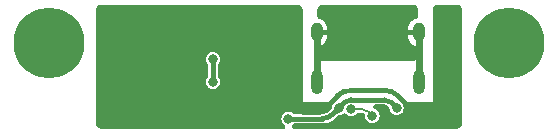
<source format=gbr>
%TF.GenerationSoftware,KiCad,Pcbnew,(6.0.0)*%
%TF.CreationDate,2022-03-26T00:04:54-07:00*%
%TF.ProjectId,madcatdb,6d616463-6174-4646-922e-6b696361645f,rev?*%
%TF.SameCoordinates,Original*%
%TF.FileFunction,Copper,L2,Bot*%
%TF.FilePolarity,Positive*%
%FSLAX46Y46*%
G04 Gerber Fmt 4.6, Leading zero omitted, Abs format (unit mm)*
G04 Created by KiCad (PCBNEW (6.0.0)) date 2022-03-26 00:04:54*
%MOMM*%
%LPD*%
G01*
G04 APERTURE LIST*
%TA.AperFunction,ComponentPad*%
%ADD10O,1.000000X2.100000*%
%TD*%
%TA.AperFunction,ComponentPad*%
%ADD11O,1.000000X1.600000*%
%TD*%
%TA.AperFunction,ComponentPad*%
%ADD12C,0.800000*%
%TD*%
%TA.AperFunction,ComponentPad*%
%ADD13C,6.000000*%
%TD*%
%TA.AperFunction,ViaPad*%
%ADD14C,0.800000*%
%TD*%
%TA.AperFunction,Conductor*%
%ADD15C,0.400000*%
%TD*%
%TA.AperFunction,Conductor*%
%ADD16C,0.600000*%
%TD*%
%TA.AperFunction,Conductor*%
%ADD17C,0.200000*%
%TD*%
G04 APERTURE END LIST*
D10*
%TO.P,J1,S1,SHIELD*%
%TO.N,Earth*%
X4320000Y-6780000D03*
D11*
X4320000Y-2600000D03*
D10*
X-4320000Y-6780000D03*
D11*
X-4320000Y-2600000D03*
%TD*%
D12*
%TO.P,H2,1,1*%
%TO.N,Earth*%
X12000000Y-5800000D03*
X9700000Y-3500000D03*
X12000000Y-1200000D03*
X13626346Y-5126346D03*
X10373654Y-5126346D03*
X10373654Y-1873654D03*
X13626346Y-1873654D03*
D13*
X12000000Y-3500000D03*
D12*
X14300000Y-3500000D03*
%TD*%
%TO.P,H1,*%
%TO.N,*%
X-24700000Y-3500000D03*
X-28626346Y-1873654D03*
X-28626346Y-5126346D03*
D13*
X-27000000Y-3500000D03*
D12*
X-27000000Y-5800000D03*
X-27000000Y-1200000D03*
X-25373654Y-5126346D03*
X-25373654Y-1873654D03*
X-29300000Y-3500000D03*
%TD*%
D14*
%TO.N,GND*%
X-20900000Y-1700000D03*
X-3600000Y-9000000D03*
X-8300000Y-6774874D03*
X7200000Y-7250000D03*
X3600000Y-9000000D03*
%TO.N,VBUS*%
X2450000Y-9000000D03*
X-6700000Y-9900000D03*
X-2450000Y-9000000D03*
%TO.N,+5V*%
X-13100000Y-6774874D03*
X-13100000Y-4874874D03*
%TO.N,Net-(J1-PadB5)*%
X400000Y-9650000D03*
X-1400000Y-9100000D03*
%TD*%
D15*
%TO.N,GND*%
X-6009189Y-9065685D02*
X-8300000Y-6774874D01*
X-3600000Y-9000000D02*
X-3724264Y-9124264D01*
X-2568629Y-7968629D02*
X-3600000Y-9000000D01*
X7200000Y-7250000D02*
X5450000Y-9000000D01*
X5450000Y-9000000D02*
X3600000Y-9000000D01*
X3600000Y-9000000D02*
X2568629Y-7968629D01*
X1437258Y-7500000D02*
X-1437258Y-7500000D01*
X-4148528Y-9300000D02*
X-5443503Y-9300000D01*
X-1437258Y-7500001D02*
G75*
G03*
X-2568629Y-7968629I0J-1600001D01*
G01*
X-6009189Y-9065685D02*
G75*
G03*
X-5443503Y-9300000I565689J565692D01*
G01*
X-3724264Y-9124264D02*
G75*
G02*
X-4148528Y-9300000I-424263J424260D01*
G01*
X1437258Y-7500001D02*
G75*
G02*
X2568629Y-7968629I0J-1600001D01*
G01*
D16*
%TO.N,Earth*%
X-4320000Y-6780000D02*
X-4320000Y-2600000D01*
X4320000Y-6780000D02*
X4320000Y-2600000D01*
D15*
%TO.N,VBUS*%
X1418629Y-8300000D02*
X-1418629Y-8300000D01*
X1984315Y-8534315D02*
X2450000Y-9000000D01*
X-2450000Y-9000000D02*
X-1984314Y-8534314D01*
X-2450000Y-9000000D02*
X-2998528Y-9548528D01*
X-6700000Y-9900000D02*
X-3847056Y-9900000D01*
X1984315Y-8534315D02*
G75*
G03*
X1418629Y-8300000I-565689J-565692D01*
G01*
X-1984314Y-8534314D02*
G75*
G02*
X-1418629Y-8300000I565685J-565686D01*
G01*
X-3847056Y-9900000D02*
G75*
G03*
X-2998528Y-9548528I-2J1200004D01*
G01*
%TO.N,+5V*%
X-13100000Y-6774874D02*
X-13100000Y-4874874D01*
D17*
%TO.N,Net-(J1-PadB5)*%
X84315Y-9334315D02*
X400000Y-9650000D01*
X-1400000Y-9100000D02*
X-481371Y-9100000D01*
X-481371Y-9100000D02*
G75*
G02*
X84315Y-9334315I2J-799995D01*
G01*
%TD*%
%TA.AperFunction,Conductor*%
%TO.N,GND*%
G36*
X-5884532Y-252450D02*
G01*
X-5856404Y-256905D01*
X-5807523Y-264647D01*
X-5748308Y-283887D01*
X-5692966Y-312086D01*
X-5642598Y-348681D01*
X-5598681Y-392598D01*
X-5562086Y-442966D01*
X-5533887Y-498308D01*
X-5514646Y-557525D01*
X-5502450Y-634532D01*
X-5500000Y-665661D01*
X-5500000Y-8500000D01*
X-3190695Y-8500000D01*
X-3104352Y-8519707D01*
X-3035111Y-8574926D01*
X-2996684Y-8654718D01*
X-2996684Y-8743282D01*
X-3006843Y-8775153D01*
X-3030051Y-8831183D01*
X-3035044Y-8843238D01*
X-3036746Y-8856169D01*
X-3036748Y-8856176D01*
X-3052823Y-8978274D01*
X-3083631Y-9061306D01*
X-3109406Y-9093013D01*
X-3248366Y-9231973D01*
X-3272105Y-9252248D01*
X-3285254Y-9261802D01*
X-3294459Y-9274472D01*
X-3300824Y-9280837D01*
X-3312299Y-9291445D01*
X-3365215Y-9336639D01*
X-3390476Y-9354992D01*
X-3468935Y-9403072D01*
X-3470737Y-9404176D01*
X-3498560Y-9418352D01*
X-3585530Y-9454376D01*
X-3615225Y-9464025D01*
X-3706762Y-9486002D01*
X-3737593Y-9490885D01*
X-3794808Y-9495388D01*
X-3806968Y-9496345D01*
X-3822580Y-9496958D01*
X-3831589Y-9496958D01*
X-3847057Y-9494508D01*
X-3862526Y-9496958D01*
X-3863107Y-9497050D01*
X-3894237Y-9499500D01*
X-6167961Y-9499500D01*
X-6254304Y-9479793D01*
X-6289099Y-9458381D01*
X-6397159Y-9375464D01*
X-6543238Y-9314956D01*
X-6700000Y-9294318D01*
X-6856762Y-9314956D01*
X-7002841Y-9375464D01*
X-7128282Y-9471718D01*
X-7224536Y-9597159D01*
X-7285044Y-9743238D01*
X-7305682Y-9900000D01*
X-7285044Y-10056762D01*
X-7224536Y-10202841D01*
X-7128282Y-10328282D01*
X-7043776Y-10393125D01*
X-6987275Y-10461319D01*
X-6965957Y-10547278D01*
X-6984046Y-10633975D01*
X-7037959Y-10704237D01*
X-7117020Y-10744149D01*
X-7164922Y-10750000D01*
X-22584339Y-10750000D01*
X-22615468Y-10747550D01*
X-22643596Y-10743095D01*
X-22692477Y-10735353D01*
X-22751692Y-10716113D01*
X-22807034Y-10687914D01*
X-22857402Y-10651319D01*
X-22901319Y-10607402D01*
X-22937914Y-10557034D01*
X-22966113Y-10501692D01*
X-22985354Y-10442475D01*
X-22987816Y-10426926D01*
X-22997550Y-10365468D01*
X-23000000Y-10334339D01*
X-23000000Y-6774874D01*
X-13705682Y-6774874D01*
X-13685044Y-6931636D01*
X-13624536Y-7077715D01*
X-13528282Y-7203156D01*
X-13402841Y-7299410D01*
X-13256762Y-7359918D01*
X-13100000Y-7380556D01*
X-12943238Y-7359918D01*
X-12797159Y-7299410D01*
X-12671718Y-7203156D01*
X-12575464Y-7077715D01*
X-12514956Y-6931636D01*
X-12494318Y-6774874D01*
X-12514956Y-6618112D01*
X-12575464Y-6472033D01*
X-12658379Y-6363976D01*
X-12695305Y-6283481D01*
X-12699500Y-6242835D01*
X-12699500Y-5406913D01*
X-12679793Y-5320570D01*
X-12658381Y-5285775D01*
X-12575464Y-5177715D01*
X-12514956Y-5031636D01*
X-12494318Y-4874874D01*
X-12514956Y-4718112D01*
X-12575464Y-4572033D01*
X-12671718Y-4446592D01*
X-12797159Y-4350338D01*
X-12943238Y-4289830D01*
X-13100000Y-4269192D01*
X-13256762Y-4289830D01*
X-13402841Y-4350338D01*
X-13528282Y-4446592D01*
X-13624536Y-4572033D01*
X-13685044Y-4718112D01*
X-13705682Y-4874874D01*
X-13685044Y-5031636D01*
X-13624536Y-5177715D01*
X-13541621Y-5285772D01*
X-13504695Y-5366267D01*
X-13500500Y-5406913D01*
X-13500500Y-6242835D01*
X-13520207Y-6329178D01*
X-13541619Y-6363973D01*
X-13624536Y-6472033D01*
X-13685044Y-6618112D01*
X-13705682Y-6774874D01*
X-23000000Y-6774874D01*
X-23000000Y-665661D01*
X-22997550Y-634532D01*
X-22985354Y-557525D01*
X-22966113Y-498308D01*
X-22937914Y-442966D01*
X-22901319Y-392598D01*
X-22857402Y-348681D01*
X-22807034Y-312086D01*
X-22751692Y-283887D01*
X-22692477Y-264647D01*
X-22643596Y-256905D01*
X-22615468Y-252450D01*
X-22584339Y-250000D01*
X-5915661Y-250000D01*
X-5884532Y-252450D01*
G37*
%TD.AperFunction*%
%TA.AperFunction,Conductor*%
G36*
X7615468Y-252450D02*
G01*
X7643596Y-256905D01*
X7692477Y-264647D01*
X7751692Y-283887D01*
X7807034Y-312086D01*
X7857402Y-348681D01*
X7901319Y-392598D01*
X7937914Y-442966D01*
X7966113Y-498308D01*
X7985354Y-557525D01*
X7997550Y-634532D01*
X8000000Y-665661D01*
X8000000Y-10334339D01*
X7997550Y-10365468D01*
X7987817Y-10426926D01*
X7985354Y-10442475D01*
X7966113Y-10501692D01*
X7937914Y-10557034D01*
X7901319Y-10607402D01*
X7857402Y-10651319D01*
X7807034Y-10687914D01*
X7751692Y-10716113D01*
X7692477Y-10735353D01*
X7643596Y-10743095D01*
X7615468Y-10747550D01*
X7584339Y-10750000D01*
X-6235078Y-10750000D01*
X-6321421Y-10730293D01*
X-6390662Y-10675074D01*
X-6429089Y-10595282D01*
X-6429089Y-10506718D01*
X-6390662Y-10426926D01*
X-6356227Y-10393128D01*
X-6289102Y-10341621D01*
X-6208606Y-10304695D01*
X-6167961Y-10300500D01*
X-3894235Y-10300500D01*
X-3863105Y-10302950D01*
X-3847055Y-10305492D01*
X-3831586Y-10303042D01*
X-3828375Y-10303042D01*
X-3821178Y-10302238D01*
X-3681786Y-10293102D01*
X-3644198Y-10290638D01*
X-3644197Y-10290638D01*
X-3637700Y-10290212D01*
X-3431927Y-10249281D01*
X-3389986Y-10235044D01*
X-3375281Y-10230052D01*
X-3233257Y-10181841D01*
X-3227422Y-10178963D01*
X-3227416Y-10178961D01*
X-3050931Y-10091928D01*
X-3050930Y-10091928D01*
X-3045089Y-10089047D01*
X-3014806Y-10068813D01*
X-2876058Y-9976104D01*
X-2870643Y-9972486D01*
X-2732405Y-9851255D01*
X-2726750Y-9846737D01*
X-2724473Y-9844460D01*
X-2711802Y-9835254D01*
X-2702248Y-9822105D01*
X-2681973Y-9798366D01*
X-2543013Y-9659406D01*
X-2468025Y-9612287D01*
X-2428274Y-9602823D01*
X-2306176Y-9586748D01*
X-2306171Y-9586747D01*
X-2293238Y-9585044D01*
X-2147159Y-9524536D01*
X-2105938Y-9492906D01*
X-2025442Y-9455981D01*
X-1936894Y-9457638D01*
X-1857834Y-9497550D01*
X-1844084Y-9510072D01*
X-1836223Y-9517933D01*
X-1828282Y-9528282D01*
X-1702841Y-9624536D01*
X-1556762Y-9685044D01*
X-1400000Y-9705682D01*
X-1243238Y-9685044D01*
X-1097159Y-9624536D01*
X-971718Y-9528282D01*
X-933408Y-9478355D01*
X-865212Y-9421853D01*
X-775532Y-9400500D01*
X-525074Y-9400500D01*
X-506634Y-9402113D01*
X-498513Y-9402113D01*
X-481370Y-9405136D01*
X-466525Y-9402519D01*
X-455267Y-9403072D01*
X-403428Y-9408177D01*
X-365171Y-9415786D01*
X-343720Y-9422293D01*
X-266819Y-9466216D01*
X-216588Y-9539157D01*
X-202980Y-9626669D01*
X-203979Y-9636571D01*
X-203979Y-9637065D01*
X-205682Y-9650000D01*
X-203980Y-9662928D01*
X-203980Y-9662930D01*
X-200844Y-9686746D01*
X-185044Y-9806762D01*
X-124536Y-9952841D01*
X-28282Y-10078282D01*
X97159Y-10174536D01*
X243238Y-10235044D01*
X400000Y-10255682D01*
X556762Y-10235044D01*
X702841Y-10174536D01*
X828282Y-10078282D01*
X924536Y-9952841D01*
X985044Y-9806762D01*
X1005682Y-9650000D01*
X985044Y-9493238D01*
X924536Y-9347159D01*
X828282Y-9221718D01*
X702841Y-9125464D01*
X639537Y-9099242D01*
X601174Y-9083352D01*
X528945Y-9032103D01*
X486105Y-8954590D01*
X481140Y-8866166D01*
X515032Y-8784344D01*
X581068Y-8725330D01*
X666170Y-8700813D01*
X677328Y-8700500D01*
X1371447Y-8700500D01*
X1402576Y-8702950D01*
X1418627Y-8705492D01*
X1431403Y-8703469D01*
X1450870Y-8704745D01*
X1496050Y-8710693D01*
X1546228Y-8724138D01*
X1594177Y-8743999D01*
X1639163Y-8769972D01*
X1675326Y-8797720D01*
X1689988Y-8810578D01*
X1697590Y-8821042D01*
X1710739Y-8830596D01*
X1734478Y-8850871D01*
X1790594Y-8906987D01*
X1837713Y-8981975D01*
X1847177Y-9021726D01*
X1863252Y-9143824D01*
X1863253Y-9143829D01*
X1864956Y-9156762D01*
X1925464Y-9302841D01*
X2021718Y-9428282D01*
X2147159Y-9524536D01*
X2293238Y-9585044D01*
X2450000Y-9605682D01*
X2606762Y-9585044D01*
X2752841Y-9524536D01*
X2878282Y-9428282D01*
X2974536Y-9302841D01*
X3035044Y-9156762D01*
X3055682Y-9000000D01*
X3035044Y-8843238D01*
X3030051Y-8831183D01*
X3006843Y-8775153D01*
X2992008Y-8687841D01*
X3016526Y-8602739D01*
X3075540Y-8536703D01*
X3157362Y-8502812D01*
X3190695Y-8500000D01*
X5500000Y-8500000D01*
X5500000Y-665661D01*
X5502450Y-634532D01*
X5514646Y-557525D01*
X5533887Y-498308D01*
X5562086Y-442966D01*
X5598681Y-392598D01*
X5642598Y-348681D01*
X5692966Y-312086D01*
X5748308Y-283887D01*
X5807523Y-264647D01*
X5856404Y-256905D01*
X5884532Y-252450D01*
X5915661Y-250000D01*
X7584339Y-250000D01*
X7615468Y-252450D01*
G37*
%TD.AperFunction*%
%TD*%
%TA.AperFunction,Conductor*%
%TO.N,Earth*%
G36*
X3865468Y-252450D02*
G01*
X3893596Y-256905D01*
X3942477Y-264647D01*
X4001692Y-283887D01*
X4057034Y-312086D01*
X4107402Y-348681D01*
X4151319Y-392598D01*
X4187914Y-442966D01*
X4216113Y-498308D01*
X4235354Y-557525D01*
X4247550Y-634532D01*
X4250000Y-665661D01*
X4250000Y-1233626D01*
X4230293Y-1319969D01*
X4175074Y-1389210D01*
X4092376Y-1428277D01*
X4050553Y-1437167D01*
X4030827Y-1443576D01*
X3877050Y-1512042D01*
X3859082Y-1522416D01*
X3722908Y-1621352D01*
X3707485Y-1635239D01*
X3594854Y-1760328D01*
X3582657Y-1777117D01*
X3498500Y-1922882D01*
X3490056Y-1941845D01*
X3438040Y-2101932D01*
X3433728Y-2122218D01*
X3420544Y-2247661D01*
X3420000Y-2258040D01*
X3420000Y-2377577D01*
X3424330Y-2396547D01*
X3431500Y-2400000D01*
X4250000Y-2400000D01*
X4250000Y-2800000D01*
X3442423Y-2800000D01*
X3423453Y-2804330D01*
X3420000Y-2811500D01*
X3420000Y-2941960D01*
X3420544Y-2952339D01*
X3433728Y-3077782D01*
X3438040Y-3098068D01*
X3490056Y-3258155D01*
X3498500Y-3277118D01*
X3582657Y-3422883D01*
X3594854Y-3439672D01*
X3707487Y-3564764D01*
X3722903Y-3578644D01*
X3859085Y-3677587D01*
X3877047Y-3687957D01*
X4030827Y-3756424D01*
X4050553Y-3762833D01*
X4092376Y-3771723D01*
X4172734Y-3808952D01*
X4228982Y-3877360D01*
X4250000Y-3966374D01*
X4250000Y-4584339D01*
X4247550Y-4615468D01*
X4235354Y-4692475D01*
X4216113Y-4751692D01*
X4187914Y-4807034D01*
X4151319Y-4857402D01*
X4107402Y-4901319D01*
X4057034Y-4937914D01*
X4001692Y-4966113D01*
X3942477Y-4985353D01*
X3893596Y-4993095D01*
X3865468Y-4997550D01*
X3834339Y-5000000D01*
X-3834339Y-5000000D01*
X-3865468Y-4997550D01*
X-3893596Y-4993095D01*
X-3942477Y-4985353D01*
X-4001692Y-4966113D01*
X-4057034Y-4937914D01*
X-4107402Y-4901319D01*
X-4151319Y-4857402D01*
X-4187914Y-4807034D01*
X-4216113Y-4751692D01*
X-4235354Y-4692475D01*
X-4247550Y-4615468D01*
X-4250000Y-4584339D01*
X-4250000Y-3966374D01*
X-4230293Y-3880031D01*
X-4175074Y-3810790D01*
X-4092376Y-3771723D01*
X-4050553Y-3762833D01*
X-4030827Y-3756424D01*
X-3877050Y-3687958D01*
X-3859082Y-3677584D01*
X-3722908Y-3578648D01*
X-3707485Y-3564761D01*
X-3594854Y-3439672D01*
X-3582657Y-3422883D01*
X-3498500Y-3277118D01*
X-3490056Y-3258155D01*
X-3438040Y-3098068D01*
X-3433728Y-3077782D01*
X-3420544Y-2952339D01*
X-3420000Y-2941960D01*
X-3420000Y-2822423D01*
X-3424330Y-2803453D01*
X-3431500Y-2800000D01*
X-4250000Y-2800000D01*
X-4250000Y-2400000D01*
X-3442423Y-2400000D01*
X-3423453Y-2395670D01*
X-3420000Y-2388500D01*
X-3420000Y-2258040D01*
X-3420544Y-2247661D01*
X-3433728Y-2122218D01*
X-3438040Y-2101932D01*
X-3490056Y-1941845D01*
X-3498500Y-1922882D01*
X-3582657Y-1777117D01*
X-3594854Y-1760328D01*
X-3707487Y-1635236D01*
X-3722903Y-1621356D01*
X-3859085Y-1522413D01*
X-3877047Y-1512043D01*
X-4030827Y-1443576D01*
X-4050553Y-1437167D01*
X-4092376Y-1428277D01*
X-4172734Y-1391048D01*
X-4228982Y-1322640D01*
X-4250000Y-1233626D01*
X-4250000Y-665661D01*
X-4247550Y-634532D01*
X-4235354Y-557525D01*
X-4216113Y-498308D01*
X-4187914Y-442966D01*
X-4151319Y-392598D01*
X-4107402Y-348681D01*
X-4057034Y-312086D01*
X-4001692Y-283887D01*
X-3942477Y-264647D01*
X-3893596Y-256905D01*
X-3865468Y-252450D01*
X-3834339Y-250000D01*
X3834339Y-250000D01*
X3865468Y-252450D01*
G37*
%TD.AperFunction*%
%TD*%
M02*

</source>
